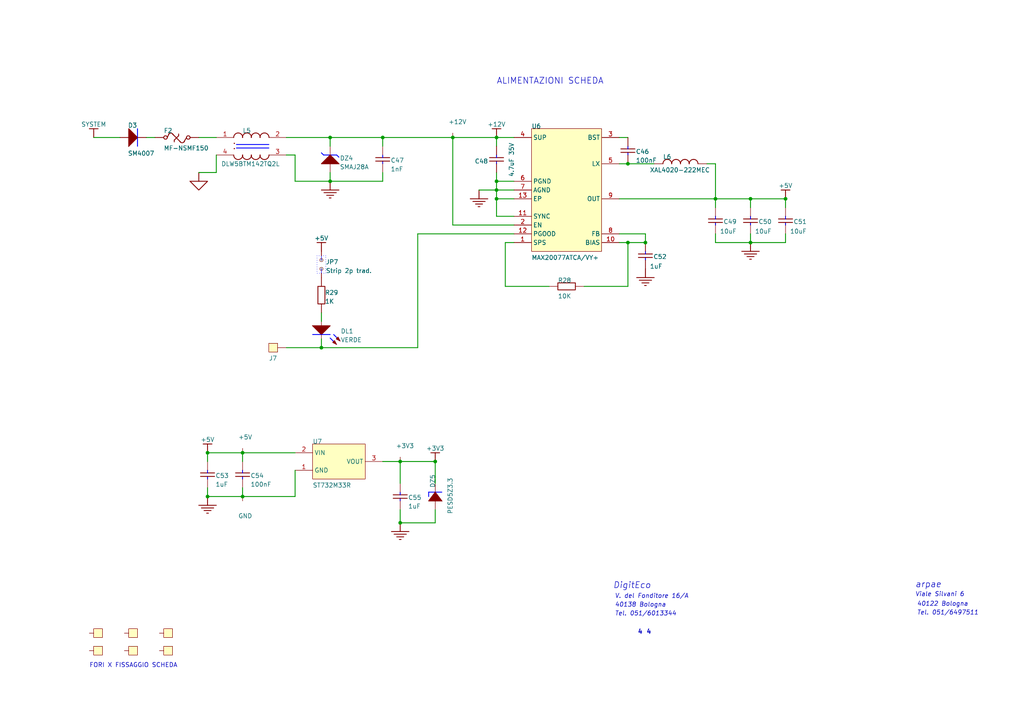
<source format=kicad_sch>
(kicad_sch (version 20230121) (generator eeschema)
  (paper "A4")
  (title_block (title "Stima V4-Power") (rev "1.0"))
  (lib_symbols
    (symbol "Stima V4 Power-altium-import:+12V" (power)
      (property "Reference" "#PWR" (at 0 0 0))
      (property "Value" "+12V" (at 0 3.81 0))
      (symbol "+12V_0_0"
        (polyline (pts (xy -1.27 -2.54) (xy 1.27 -2.54)) (stroke (width 0.254)))
        (polyline (pts (xy 0 0) (xy 0 -2.54)) (stroke (width 0.254)))
        (pin power_in line (at 0 0 0) (length 0) hide (name "+12V") (number ""))
      )
    )
    (symbol "Stima V4 Power-altium-import:+3V3" (power)
      (property "Reference" "#PWR" (at 0 0 0))
      (property "Value" "+3V3" (at 0 3.81 0))
      (symbol "+3V3_0_0"
        (polyline (pts (xy -1.27 -2.54) (xy 1.27 -2.54)) (stroke (width 0.254)))
        (polyline (pts (xy 0 0) (xy 0 -2.54)) (stroke (width 0.254)))
        (pin power_in line (at 0 0 0) (length 0) hide (name "+3V3") (number ""))
      )
    )
    (symbol "Stima V4 Power-altium-import:+5V" (power)
      (property "Reference" "#PWR" (at 0 0 0))
      (property "Value" "+5V" (at 0 3.81 0))
      (symbol "+5V_0_0"
        (polyline (pts (xy -1.27 -2.54) (xy 1.27 -2.54)) (stroke (width 0.254)))
        (polyline (pts (xy 0 0) (xy 0 -2.54)) (stroke (width 0.254)))
        (pin power_in line (at 0 0 0) (length 0) hide (name "+5V") (number ""))
      )
    )
    (symbol "Stima V4 Power-altium-import:EGND" (power)
      (property "Reference" "#PWR" (at 0 0 0))
      (property "Value" "EGND" (at 0 6.35 0))
      (symbol "EGND_0_0"
        (polyline (pts (xy 0 0) (xy 0 -2.54)) (stroke (width 0.254)))
        (polyline (pts (xy -2.54 -2.54) (xy 2.54 -2.54) (xy 0 -5.08) (xy -2.54 -2.54)) (stroke (width 0.254)))
        (pin power_in line (at 0 0 0) (length 0) hide (name "EGND") (number ""))
      )
    )
    (symbol "Stima V4 Power-altium-import:GND" (power)
      (property "Reference" "#PWR" (at 0 0 0))
      (property "Value" "GND" (at 0 6.35 0))
      (symbol "GND_0_0"
        (polyline (pts (xy -2.54 -2.54) (xy 2.54 -2.54)) (stroke (width 0.254)))
        (polyline (pts (xy -1.778 -3.302) (xy 1.778 -3.302)) (stroke (width 0.254)))
        (polyline (pts (xy -1.016 -4.064) (xy 1.016 -4.064)) (stroke (width 0.254)))
        (polyline (pts (xy -0.254 -4.826) (xy 0.254 -4.826)) (stroke (width 0.254)))
        (polyline (pts (xy 0 0) (xy 0 -2.54)) (stroke (width 0.254)))
        (pin power_in line (at 0 0 0) (length 0) hide (name "GND") (number ""))
      )
    )
    (symbol "Stima V4 Power-altium-import:SYSTEM" (power)
      (property "Reference" "#PWR" (at 0 0 0))
      (property "Value" "SYSTEM" (at 0 3.81 0))
      (symbol "SYSTEM_0_0"
        (polyline (pts (xy -1.27 -2.54) (xy 1.27 -2.54)) (stroke (width 0.254)))
        (polyline (pts (xy 0 0) (xy 0 -2.54)) (stroke (width 0.254)))
        (pin power_in line (at 0 0 0) (length 0) hide (name "SYSTEM") (number ""))
      )
    )
    (symbol "Stima V4 Power-altium-import:root_0_C0603"
      (symbol "root_0_C0603_1_0"
        (polyline (pts (xy -2.032 -0.762) (xy 2.032 -0.762)) (stroke (width 0.254)))
        (polyline (pts (xy 0 -2.54) (xy 0 -1.778)) (stroke (width 0.254) (color 0 0 255 1)))
        (polyline (pts (xy 0 0) (xy 0 -0.762)) (stroke (width 0.254) (color 0 0 255 1)))
        (polyline (pts (xy 2.032 -1.778) (xy -2.032 -1.778)) (stroke (width 0.254)))
        (pin passive line (at 0 2.54 270) (length 2.54) (name "1") (number "1"))
        (pin passive line (at 0 -5.08 90) (length 2.54) (name "2") (number "2"))
      )
    )
    (symbol "Stima V4 Power-altium-import:root_0_C0805"
      (symbol "root_0_C0805_1_0"
        (polyline (pts (xy -2.032 -0.762) (xy 2.032 -0.762)) (stroke (width 0.254)))
        (polyline (pts (xy 0 -2.54) (xy 0 -1.778)) (stroke (width 0.254) (color 0 0 255 1)))
        (polyline (pts (xy 0 0) (xy 0 -0.762)) (stroke (width 0.254) (color 0 0 255 1)))
        (polyline (pts (xy 2.032 -1.778) (xy -2.032 -1.778)) (stroke (width 0.254)))
        (pin passive line (at 0 2.54 270) (length 2.54) (name "1") (number "1"))
        (pin passive line (at 0 -5.08 90) (length 2.54) (name "2") (number "2"))
      )
    )
    (symbol "Stima V4 Power-altium-import:root_0_Coil  B82442  2220"
      (symbol "root_0_Coil  B82442  2220_1_0"
        (arc (start 1.27 -1.27) (mid 0.372 -1.642) (end 0 -2.54) (stroke (width 0.254)))
        (arc (start 2.54 -2.54) (mid 2.168 -1.642) (end 1.27 -1.27) (stroke (width 0.254)))
        (arc (start 3.81 -1.27) (mid 2.912 -1.642) (end 2.54 -2.54) (stroke (width 0.254)))
        (arc (start 5.08 -2.54) (mid 4.708 -1.642) (end 3.81 -1.27) (stroke (width 0.254)))
        (arc (start 6.35 -1.27) (mid 5.452 -1.642) (end 5.08 -2.54) (stroke (width 0.254)))
        (arc (start 7.62 -2.54) (mid 7.248 -1.642) (end 6.35 -1.27) (stroke (width 0.254)))
        (arc (start 8.89 -1.27) (mid 7.992 -1.642) (end 7.62 -2.54) (stroke (width 0.254)))
        (arc (start 10.16 -2.54) (mid 9.788 -1.642) (end 8.89 -1.27) (stroke (width 0.254)))
        (pin passive line (at -2.54 -2.54 0) (length 2.54) (name "1") (number "1"))
        (pin passive line (at 12.7 -2.54 180) (length 2.54) (name "2") (number "2"))
      )
    )
    (symbol "Stima V4 Power-altium-import:root_0_FILTRO MURATA DLW5BT"
      (symbol "root_0_FILTRO MURATA DLW5BT_1_0"
        (polyline (pts (xy 5.842 -3.048) (xy 15.24 -3.048)) (stroke (width 0.254) (color 0 0 255 1)))
        (polyline (pts (xy 5.842 -2.032) (xy 15.24 -2.032)) (stroke (width 0.254) (color 0 0 255 1)))
        (arc (start 5.0421 -5.0955) (mid 6.3606 -6.3879) (end 7.658 -5.0743) (stroke (width 0.254)))
        (arc (start 7.5821 -5.0955) (mid 8.9006 -6.3879) (end 10.198 -5.0743) (stroke (width 0.254)))
        (arc (start 7.6579 0.0155) (mid 6.3394 1.3079) (end 5.042 -0.0057) (stroke (width 0.254)))
        (arc (start 10.1221 -5.0955) (mid 11.4406 -6.3879) (end 12.738 -5.0743) (stroke (width 0.254)))
        (arc (start 10.1979 0.0155) (mid 8.8794 1.3079) (end 7.582 -0.0057) (stroke (width 0.254)))
        (arc (start 12.6621 -5.0955) (mid 13.9806 -6.3879) (end 15.278 -5.0743) (stroke (width 0.254)))
        (arc (start 12.7379 0.0155) (mid 11.4194 1.3079) (end 10.122 -0.0057) (stroke (width 0.254)))
        (arc (start 15.2779 0.0155) (mid 13.9594 1.3079) (end 12.662 -0.0057) (stroke (width 0.254)))
        (text "." (at 5.588 -3.81 900) (effects (font (size 2.032 2.032)) (justify left bottom)))
        (text "." (at 5.588 -2.286 900) (effects (font (size 2.032 2.032)) (justify left bottom)))
        (pin passive line (at 0 0 0) (length 5.08) (name "1") (number "1"))
        (pin passive line (at 20.32 0 180) (length 5.08) (name "2") (number "2"))
        (pin passive line (at 20.32 -5.08 180) (length 5.08) (name "3") (number "3"))
        (pin passive line (at 0 -5.08 0) (length 5.08) (name "4") (number "4"))
      )
    )
    (symbol "Stima V4 Power-altium-import:root_0_Fuse Thermal"
      (symbol "root_0_Fuse Thermal_1_0"
        (polyline (pts (xy 1.016 -2.54) (xy 1.524 -1.524)) (stroke (width 0.254)))
        (polyline (pts (xy 3.048 -3.81) (xy 3.048 -3.302)) (stroke (width 0.254)))
        (polyline (pts (xy 3.048 -3.302) (xy 4.318 -2.032)) (stroke (width 0.254)))
        (polyline (pts (xy 4.318 -2.032) (xy 4.318 -1.524)) (stroke (width 0.254)))
        (polyline (pts (xy 4.826 -3.81) (xy 2.54 -1.524)) (stroke (width 0.254)))
        (polyline (pts (xy 5.842 -3.81) (xy 6.604 -2.54)) (stroke (width 0.254)))
        (circle (center 0.508 -2.54) (radius 0.508) (stroke (width 0.254)))
        (arc (start 2.7549 -1.791) (mid 2.1331 -1.2767) (end 1.398 -1.6093) (stroke (width 0.254)))
        (arc (start 4.7 -3.7247) (mid 5.3814 -4.0625) (end 6.0156 -3.6428) (stroke (width 0.254)))
        (circle (center 7.112 -2.54) (radius 0.508) (stroke (width 0.254)))
        (pin passive line (at -2.54 -2.54 0) (length 2.54) (name "1") (number "1"))
        (pin passive line (at 10.16 -2.54 180) (length 2.54) (name "2") (number "2"))
      )
    )
    (symbol "Stima V4 Power-altium-import:root_0_JUMP1"
      (symbol "root_0_JUMP1_1_0"
        (polyline (pts (xy 1.27 -3.81) (xy 1.27 -5.08)) (stroke (width 0) (color 0 0 255 1)))
        (polyline (pts (xy 1.27 -1.27) (xy 1.27 0)) (stroke (width 0) (color 0 0 255 1)))
        (polyline (pts (xy 2.54 0) (xy 0 0) (xy 0 -5.08) (xy 2.54 -5.08) (xy 2.54 0)) (stroke (width 0) (type dot) (color 0 0 255 1)))
        (circle (center 1.27 -3.81) (radius 0.508) (stroke (width 0.0001)) (fill (type color) (color 192 192 192 1)))
        (circle (center 1.27 -1.27) (radius 0.508) (stroke (width 0.0001)) (fill (type color) (color 192 192 192 1)))
        (pin passive line (at 1.27 1.27 270) (length 1.27) (name "") (number "1"))
        (pin passive line (at 1.27 -6.35 90) (length 1.27) (name "") (number "2"))
      )
    )
    (symbol "Stima V4 Power-altium-import:root_0_MAX20077"
      (symbol "root_0_MAX20077_1_0"
        (rectangle (start 20.32 0) (end 0 -35.56) (fill (type background)))
        (pin input line (at -5.08 -33.02 0) (length 5) (name "SPS") (number "1"))
        (pin passive line (at 25.4 -33.02 180) (length 5) (name "BIAS") (number "10"))
        (pin passive line (at -5.08 -25.4 0) (length 5) (name "SYNC") (number "11"))
        (pin output line (at -5.08 -30.48 0) (length 5) (name "PGOOD") (number "12"))
        (pin passive line (at -5.08 -20.32 0) (length 5) (name "EP") (number "13"))
        (pin input line (at -5.08 -27.94 0) (length 5) (name "EN") (number "2"))
        (pin passive line (at 25.4 -2.54 180) (length 5) (name "BST") (number "3"))
        (pin power_in line (at -5.08 -2.54 0) (length 5) (name "SUP") (number "4"))
        (pin passive line (at 25.4 -10.16 180) (length 5) (name "LX") (number "5"))
        (pin power_in line (at -5.08 -15.24 0) (length 5) (name "PGND") (number "6"))
        (pin power_in line (at -5.08 -17.78 0) (length 5) (name "AGND") (number "7"))
        (pin passive line (at 25.4 -30.48 180) (length 5) (name "FB") (number "8"))
        (pin passive line (at 25.4 -20.32 180) (length 5) (name "OUT") (number "9"))
      )
    )
    (symbol "Stima V4 Power-altium-import:root_0_Res 0603"
      (symbol "root_0_Res 0603_1_0"
        (rectangle (start 5.08 -1.524) (end 0 -3.556) (stroke (width 0.254)))
        (pin passive line (at -2.54 -2.54 0) (length 2.54) (name "1") (number "1"))
        (pin passive line (at 7.62 -2.54 180) (length 2.54) (name "2") (number "2"))
      )
    )
    (symbol "Stima V4 Power-altium-import:root_0_ST732M"
      (symbol "root_0_ST732M_1_0"
        (rectangle (start 15.24 0) (end 0 -10.16) (fill (type background)))
        (pin power_in line (at -5.08 -7.62 0) (length 5.08) (name "GND") (number "1"))
        (pin passive line (at -5.08 -2.54 0) (length 5.08) (name "VIN") (number "2"))
        (pin passive line (at 20.32 -5.08 180) (length 5.08) (name "VOUT") (number "3"))
      )
    )
    (symbol "Stima V4 Power-altium-import:root_0_Transil SMD PESD5"
      (symbol "root_0_Transil SMD PESD5_1_0"
        (polyline (pts (xy -1.905 0) (xy -1.905 -1.27)) (stroke (width 0.254) (color 0 0 255 1)))
        (polyline (pts (xy 1.905 0) (xy -1.905 0)) (stroke (width 0.254) (color 0 0 255 1)))
        (polyline (pts (xy 1.905 -2.54) (xy 0 0) (xy -1.905 -2.54) (xy 1.905 -2.54)) (stroke (width 0.254)) (fill (type outline)))
        (pin passive line (at 0 2.54 270) (length 2.54) (name "K") (number "1"))
        (pin passive line (at 0 -5.08 90) (length 2.54) (name "A") (number "2"))
      )
    )
    (symbol "Stima V4 Power-altium-import:root_0_Transil SMD SMAJ"
      (symbol "root_0_Transil SMD SMAJ_1_0"
        (polyline (pts (xy -1.905 0) (xy -2.54 0.635)) (stroke (width 0.254) (color 0 0 255 1)))
        (polyline (pts (xy 1.905 0) (xy -1.905 0)) (stroke (width 0.254) (color 0 0 255 1)))
        (polyline (pts (xy 1.905 0) (xy 2.54 -0.635)) (stroke (width 0.254) (color 0 0 255 1)))
        (polyline (pts (xy 2.54 -2.54) (xy 0 0) (xy -2.54 -2.54) (xy 2.54 -2.54)) (stroke (width 0.254)) (fill (type outline)))
        (pin passive line (at 0 2.54 270) (length 2.54) (name "K") (number "1"))
        (pin passive line (at 0 -5.08 90) (length 2.54) (name "A") (number "2"))
      )
    )
    (symbol "Stima V4 Power-altium-import:root_0_ViteDado"
      (symbol "root_0_ViteDado_1_0"
        (rectangle (start 2.54 0) (end 0 -2.54) (fill (type background)))
        (pin passive line (at -1.27 -1.27 0) (length 1.27) (name "A") (number "1"))
      )
    )
    (symbol "Stima V4 Power-altium-import:root_1_Res 0805"
      (symbol "root_1_Res 0805_1_0"
        (rectangle (start 3.556 5.08) (end 1.524 0) (stroke (width 0.254)))
        (pin passive line (at 2.54 -2.54 90) (length 2.54) (name "1") (number "1"))
        (pin passive line (at 2.54 7.62 270) (length 2.54) (name "2") (number "2"))
      )
    )
    (symbol "Stima V4 Power-altium-import:root_1_TestPoint"
      (symbol "root_1_TestPoint_1_0"
        (pin passive line (at 1.27 -1.27 90) (length 1.27) (name "") (number "1"))
      )
    )
    (symbol "Stima V4 Power-altium-import:root_2_C0805"
      (symbol "root_2_C0805_1_0"
        (polyline (pts (xy -2.032 1.778) (xy 2.032 1.778)) (stroke (width 0.254)))
        (polyline (pts (xy 0 0) (xy 0 0.762)) (stroke (width 0.254) (color 0 0 255 1)))
        (polyline (pts (xy 0 2.54) (xy 0 1.778)) (stroke (width 0.254) (color 0 0 255 1)))
        (polyline (pts (xy 2.032 0.762) (xy -2.032 0.762)) (stroke (width 0.254)))
        (pin passive line (at 0 -2.54 90) (length 2.54) (name "1") (number "1"))
        (pin passive line (at 0 5.08 270) (length 2.54) (name "2") (number "2"))
      )
    )
    (symbol "Stima V4 Power-altium-import:root_2_VIAS1"
      (symbol "root_2_VIAS1_1_0"
        (rectangle (start 0 1.27) (end -2.54 -1.27) (fill (type background)))
        (pin passive line (at 2.54 0 180) (length 2.54) (name "1") (number "1"))
      )
    )
    (symbol "Stima V4 Power-altium-import:root_3_Diode SMD QMELF"
      (symbol "root_3_Diode SMD QMELF_1_0"
        (polyline (pts (xy 0 2.54) (xy 0 -2.54)) (stroke (width 0.254) (color 0 0 255 1)))
        (polyline (pts (xy -2.54 -2.54) (xy 0 0) (xy -2.54 2.54) (xy -2.54 -2.54)) (stroke (width 0.254)) (fill (type outline)))
        (pin passive line (at 2.54 0 180) (length 2.54) (name "K") (number "1"))
        (pin passive line (at -5.08 0 0) (length 2.54) (name "A") (number "2"))
      )
    )
    (symbol "Stima V4 Power-altium-import:root_3_Led  SMD"
      (symbol "root_3_Led  SMD_1_0"
        (polyline (pts (xy 0 -3.556) (xy 1.778 -5.334)) (stroke (width 0.254) (color 0 0 255 1)))
        (polyline (pts (xy 0 -2.54) (xy -5.08 -2.54)) (stroke (width 0.254) (color 0 0 255 1)))
        (polyline (pts (xy 1.016 -2.54) (xy 2.794 -4.318)) (stroke (width 0.254) (color 0 0 255 1)))
        (polyline (pts (xy -5.08 0) (xy -2.54 -2.54) (xy 0 0) (xy -5.08 0)) (stroke (width 0.254)) (fill (type outline)))
        (polyline (pts (xy 1.778 -5.334) (xy 1.27 -4.318) (xy 0.762 -4.826) (xy 1.778 -5.334)) (stroke (width 0.254)) (fill (type outline)))
        (polyline (pts (xy 2.794 -4.318) (xy 2.286 -3.302) (xy 1.778 -3.81) (xy 2.794 -4.318)) (stroke (width 0.254)) (fill (type outline)))
        (pin passive line (at -2.54 -3.81 90) (length 1.27) (name "K") (number "1"))
        (pin passive line (at -2.54 1.27 270) (length 1.27) (name "A") (number "2"))
      )
    )
    (symbol "Stima V4 Power-altium-import:root_3_TestPoint"
      (symbol "root_3_TestPoint_1_0"
        (pin passive line (at -1.27 1.27 270) (length 1.27) (name "") (number "1"))
      )
    )
  )
  (junction (at 227.838 57.658))
  (junction (at 110.998 39.878))
  (junction (at 95.758 39.878))
  (junction (at 70.358 131.318))
  (junction (at 116.078 151.638))
  (junction (at 70.358 144.018))
  (junction (at 217.678 57.658))
  (junction (at 131.318 39.878))
  (junction (at 182.118 70.358))
  (junction (at 95.758 52.578))
  (junction (at 60.198 131.318))
  (junction (at 182.118 47.498))
  (junction (at 116.078 133.858))
  (junction (at 126.238 133.858))
  (junction (at 144.018 55.118))
  (junction (at 93.218 100.838))
  (junction (at 207.518 57.658))
  (junction (at 144.018 57.658))
  (junction (at 144.018 52.578))
  (junction (at 217.678 70.358))
  (junction (at 60.198 144.018))
  (junction (at 187.198 70.358))
  (junction (at 144.018 39.878))
  (wire (pts (xy 126.238 133.858) (xy 126.238 140.208)) (stroke (width 0.254)))
  (wire (pts (xy 131.318 39.878) (xy 110.998 39.878)) (stroke (width 0.254)))
  (wire (pts (xy 204.978 47.498) (xy 207.518 47.498)) (stroke (width 0.254)))
  (wire (pts (xy 146.558 83.058) (xy 159.258 83.058)) (stroke (width 0.254)))
  (wire (pts (xy 70.358 133.858) (xy 70.358 131.318)) (stroke (width 0.254)))
  (wire (pts (xy 187.198 67.818) (xy 179.578 67.818)) (stroke (width 0.254)))
  (wire (pts (xy 207.518 47.498) (xy 207.518 57.658)) (stroke (width 0.254)))
  (wire (pts (xy 217.678 70.358) (xy 217.678 67.818)) (stroke (width 0.254)))
  (wire (pts (xy 149.098 65.278) (xy 131.318 65.278)) (stroke (width 0.254)))
  (wire (pts (xy 187.198 70.358) (xy 187.198 67.818)) (stroke (width 0.254)))
  (wire (pts (xy 110.998 133.858) (xy 116.078 133.858)) (stroke (width 0.254)))
  (wire (pts (xy 62.738 50.038) (xy 62.738 44.958)) (stroke (width 0.254)))
  (wire (pts (xy 144.018 55.118) (xy 138.938 55.118)) (stroke (width 0.254)))
  (wire (pts (xy 126.238 151.638) (xy 116.078 151.638)) (stroke (width 0.254)))
  (wire (pts (xy 169.418 83.058) (xy 182.118 83.058)) (stroke (width 0.254)))
  (wire (pts (xy 85.598 44.958) (xy 85.598 52.578)) (stroke (width 0.254)))
  (wire (pts (xy 93.218 93.218) (xy 93.218 90.678)) (stroke (width 0.254)))
  (wire (pts (xy 179.578 39.878) (xy 182.118 39.878)) (stroke (width 0.254)))
  (wire (pts (xy 93.218 100.838) (xy 83.058 100.838)) (stroke (width 0.254)))
  (wire (pts (xy 182.118 70.358) (xy 187.198 70.358)) (stroke (width 0.254)))
  (wire (pts (xy 70.358 144.018) (xy 60.198 144.018)) (stroke (width 0.254)))
  (wire (pts (xy 207.518 67.818) (xy 207.518 70.358)) (stroke (width 0.254)))
  (wire (pts (xy 57.658 50.038) (xy 62.738 50.038)) (stroke (width 0.254)))
  (wire (pts (xy 144.018 50.038) (xy 144.018 52.578)) (stroke (width 0.254)))
  (wire (pts (xy 60.198 144.018) (xy 60.198 141.478)) (stroke (width 0.254)))
  (wire (pts (xy 121.158 67.818) (xy 121.158 100.838)) (stroke (width 0.254)))
  (wire (pts (xy 131.318 65.278) (xy 131.318 39.878)) (stroke (width 0.254)))
  (wire (pts (xy 144.018 62.738) (xy 144.018 57.658)) (stroke (width 0.254)))
  (wire (pts (xy 179.578 57.658) (xy 207.518 57.658)) (stroke (width 0.254)))
  (wire (pts (xy 42.418 39.878) (xy 44.958 39.878)) (stroke (width 0.254)))
  (wire (pts (xy 149.098 67.818) (xy 121.158 67.818)) (stroke (width 0.254)))
  (wire (pts (xy 144.018 52.578) (xy 144.018 55.118)) (stroke (width 0.254)))
  (wire (pts (xy 182.118 47.498) (xy 189.738 47.498)) (stroke (width 0.254)))
  (wire (pts (xy 57.658 39.878) (xy 62.738 39.878)) (stroke (width 0.254)))
  (wire (pts (xy 227.838 70.358) (xy 227.838 67.818)) (stroke (width 0.254)))
  (wire (pts (xy 116.078 151.638) (xy 116.078 147.828)) (stroke (width 0.254)))
  (wire (pts (xy 217.678 60.198) (xy 217.678 57.658)) (stroke (width 0.254)))
  (wire (pts (xy 70.358 141.478) (xy 70.358 144.018)) (stroke (width 0.254)))
  (wire (pts (xy 85.598 136.398) (xy 85.598 144.018)) (stroke (width 0.254)))
  (wire (pts (xy 149.098 39.878) (xy 144.018 39.878)) (stroke (width 0.254)))
  (wire (pts (xy 149.098 62.738) (xy 144.018 62.738)) (stroke (width 0.254)))
  (wire (pts (xy 179.578 47.498) (xy 182.118 47.498)) (stroke (width 0.254)))
  (wire (pts (xy 85.598 131.318) (xy 70.358 131.318)) (stroke (width 0.254)))
  (wire (pts (xy 93.218 98.298) (xy 93.218 100.838)) (stroke (width 0.254)))
  (wire (pts (xy 83.058 44.958) (xy 85.598 44.958)) (stroke (width 0.254)))
  (wire (pts (xy 207.518 60.198) (xy 207.518 57.658)) (stroke (width 0.254)))
  (wire (pts (xy 144.018 42.418) (xy 144.018 39.878)) (stroke (width 0.254)))
  (wire (pts (xy 95.758 42.418) (xy 95.758 39.878)) (stroke (width 0.254)))
  (wire (pts (xy 116.078 133.858) (xy 126.238 133.858)) (stroke (width 0.254)))
  (wire (pts (xy 126.238 147.828) (xy 126.238 151.638)) (stroke (width 0.254)))
  (wire (pts (xy 95.758 52.578) (xy 95.758 50.038)) (stroke (width 0.254)))
  (wire (pts (xy 182.118 83.058) (xy 182.118 70.358)) (stroke (width 0.254)))
  (wire (pts (xy 95.758 39.878) (xy 83.058 39.878)) (stroke (width 0.254)))
  (wire (pts (xy 217.678 57.658) (xy 227.838 57.658)) (stroke (width 0.254)))
  (wire (pts (xy 85.598 52.578) (xy 95.758 52.578)) (stroke (width 0.254)))
  (wire (pts (xy 110.998 52.578) (xy 110.998 50.038)) (stroke (width 0.254)))
  (wire (pts (xy 110.998 39.878) (xy 95.758 39.878)) (stroke (width 0.254)))
  (wire (pts (xy 207.518 57.658) (xy 217.678 57.658)) (stroke (width 0.254)))
  (wire (pts (xy 85.598 144.018) (xy 70.358 144.018)) (stroke (width 0.254)))
  (wire (pts (xy 144.018 57.658) (xy 144.018 55.118)) (stroke (width 0.254)))
  (wire (pts (xy 34.798 39.878) (xy 27.178 39.878)) (stroke (width 0.254)))
  (wire (pts (xy 227.838 57.658) (xy 227.838 60.198)) (stroke (width 0.254)))
  (wire (pts (xy 207.518 70.358) (xy 217.678 70.358)) (stroke (width 0.254)))
  (wire (pts (xy 116.078 140.208) (xy 116.078 133.858)) (stroke (width 0.254)))
  (wire (pts (xy 70.358 131.318) (xy 60.198 131.318)) (stroke (width 0.254)))
  (wire (pts (xy 121.158 100.838) (xy 93.218 100.838)) (stroke (width 0.254)))
  (wire (pts (xy 146.558 70.358) (xy 146.558 83.058)) (stroke (width 0.254)))
  (wire (pts (xy 149.098 55.118) (xy 144.018 55.118)) (stroke (width 0.254)))
  (wire (pts (xy 179.578 70.358) (xy 182.118 70.358)) (stroke (width 0.254)))
  (wire (pts (xy 217.678 70.358) (xy 227.838 70.358)) (stroke (width 0.254)))
  (wire (pts (xy 144.018 39.878) (xy 131.318 39.878)) (stroke (width 0.254)))
  (wire (pts (xy 144.018 57.658) (xy 149.098 57.658)) (stroke (width 0.254)))
  (wire (pts (xy 110.998 42.418) (xy 110.998 39.878)) (stroke (width 0.254)))
  (wire (pts (xy 60.198 131.318) (xy 60.198 133.858)) (stroke (width 0.254)))
  (wire (pts (xy 144.018 52.578) (xy 149.098 52.578)) (stroke (width 0.254)))
  (wire (pts (xy 95.758 52.578) (xy 110.998 52.578)) (stroke (width 0.254)))
  (wire (pts (xy 149.098 70.358) (xy 146.558 70.358)) (stroke (width 0.254)))
  (text "Tel. 051/6497511" (at 265.938 178.562 0) (effects (font (size 1.27 1.27) italic) (justify left bottom)))
  (text "${#}" (at 184.912 184.15 0) (effects (font (size 1.27 1.27) bold) (justify left bottom)))
  (text "FORI X FISSAGGIO SCHEDA" (at 25.908 193.802 0) (effects (font (size 1.27 1.27)) (justify left bottom)))
  (text "40122 Bologna" (at 265.938 176.022 0) (effects (font (size 1.27 1.27) italic) (justify left bottom)))
  (text "DigitEco" (at 177.8 170.942 0) (effects (font (size 1.778 1.778) italic) (justify left bottom)))
  (text "4" (at 188.976 184.15 0) (effects (font (size 1.27 1.27) bold) (justify right bottom)))
  (text "Viale Silvani 6" (at 265.43 173.228 0) (effects (font (size 1.27 1.27) italic) (justify left bottom)))
  (text "40138 Bologna" (at 178.308 176.276 0) (effects (font (size 1.27 1.27) italic) (justify left bottom)))
  (text "arpae" (at 265.43 170.688 0) (effects (font (size 1.778 1.778) italic) (justify left bottom)))
  (text "ALIMENTAZIONI SCHEDA" (at 144.018 24.638 0) (effects (font (size 1.778 1.778)) (justify left bottom)))
  (text "V. del Fonditore 16/A" (at 178.308 173.736 0) (effects (font (size 1.27 1.27) italic) (justify left bottom)))
  (text "Tel. 051/6013344" (at 178.308 178.816 0) (effects (font (size 1.27 1.27) italic) (justify left bottom)))
  (symbol (lib_id "Stima V4 Power-altium-import:root_0_Fuse Thermal") (at 47.498 37.338 0) (unit 1)
    (property "Reference" "F2" (at 47.498 38.608 0) (effects (justify left bottom)))
    (property "Value" "MF-NSMF150" (at 47.498 43.688 0) (effects (justify left bottom)))
    (property "Footprint" "1206" (effects hide))
    (property "TYPE" "Bourns" (effects hide))
    (property "PACKAGE REFERENCE" "1206" (effects hide))
    (property "ALTIUM_VALUE" "MF-NSMF110-2" (effects hide))
  )
  (symbol (lib_id "Stima V4 Power-altium-import:root_1_Res 0805") (at 90.678 88.138 0) (unit 1)
    (property "Reference" "R29" (at 94.234 85.598 0) (effects (justify left bottom)))
    (property "Value" "1K" (at 94.234 88.138 0) (effects (justify left bottom)))
    (property "Footprint" "0805" (effects hide))
    (property "ALTIUM_VALUE" "1K" (effects hide))
    (property "PRECISION" "1%" (effects hide))
    (property "PACKAGE REFERENCE" "0805" (effects hide))
    (property "POWER" "1/8W" (effects hide))
  )
  (symbol (lib_id "Stima V4 Power-altium-import:GND") (at 60.198 144.018 0) (unit 1)
    (property "Reference" "#PWR?" (effects hide))
    (property "Value" "GND" (effects hide))
  )
  (symbol (lib_id "Stima V4 Power-altium-import:root_0_C0603") (at 60.198 136.398 0) (unit 1)
    (property "Reference" "C53" (at 62.484 138.684 0) (effects (justify left bottom)))
    (property "Value" "1uF" (at 62.484 141.224 0) (effects (justify left bottom)))
    (property "Footprint" "0603" (effects hide))
    (property "PACKAGE REFERENCE" "0603" (effects hide))
    (property "TYPE" "Multistrato X5R/X7R" (effects hide))
    (property "ALTIUM_VALUE" "1uF" (effects hide))
    (property "VOLTAGE" "20V" (effects hide))
  )
  (symbol (lib_id "Stima V4 Power-altium-import:root_0_C0603") (at 182.118 42.418 0) (unit 1)
    (property "Reference" "C46" (at 184.404 44.704 0) (effects (justify left bottom)))
    (property "Value" "100nF" (at 184.404 47.244 0) (effects (justify left bottom)))
    (property "Footprint" "0603" (effects hide))
    (property "PACKAGE REFERENCE" "0603" (effects hide))
    (property "TYPE" "Multistrato X5R/X7R" (effects hide))
    (property "ALTIUM_VALUE" "100nF" (effects hide))
    (property "VOLTAGE" "50V" (effects hide))
  )
  (symbol (lib_id "Stima V4 Power-altium-import:root_0_ViteDado") (at 27.178 182.372 0) (unit 1)
    (property "Reference" "A1" (effects hide))
    (property "Value" "ViteDado" (effects hide))
    (property "Footprint" "ViteDado4" (effects hide))
  )
  (symbol (lib_id "Stima V4 Power-altium-import:+3V3") (at 126.238 133.858 180) (unit 1)
    (property "Reference" "#PWR?" (effects hide))
    (property "Value" "+3V3" (at 126.238 130.048 0))
  )
  (symbol (lib_id "Stima V4 Power-altium-import:root_1_TestPoint") (at 114.808 132.588 0) (unit 1)
    (property "Reference" "+3V3" (at 114.808 130.048 0) (effects (justify left bottom)))
    (property "Value" "TestPoint" (effects hide))
    (property "Footprint" "TP" (effects hide))
  )
  (symbol (lib_id "Stima V4 Power-altium-import:root_0_C0603") (at 110.998 44.958 0) (unit 1)
    (property "Reference" "C47" (at 113.284 47.244 0) (effects (justify left bottom)))
    (property "Value" "1nF" (at 113.284 49.784 0) (effects (justify left bottom)))
    (property "Footprint" "0603" (effects hide))
    (property "PACKAGE REFERENCE" "0603" (effects hide))
    (property "TYPE" "Multistrato X5R/X7R" (effects hide))
    (property "ALTIUM_VALUE" "1nF" (effects hide))
    (property "VOLTAGE" "50V" (effects hide))
  )
  (symbol (lib_id "Stima V4 Power-altium-import:root_0_Transil SMD PESD5") (at 126.238 142.748 0) (unit 1)
    (property "Reference" "DZ5" (at 126.238 141.478 90) (effects (justify left bottom)))
    (property "Value" "PESD5Z3.3" (at 131.318 149.098 90) (effects (justify left bottom)))
    (property "Footprint" "SOD 523(SC-79)" (effects hide))
    (property "PACKAGE REFERENCE" "SOD523" (effects hide))
  )
  (symbol (lib_id "Stima V4 Power-altium-import:root_0_MAX20077") (at 154.178 37.338 0) (unit 1)
    (property "Reference" "U6" (at 154.178 37.338 0) (effects (justify left bottom)))
    (property "Value" "MAX20077ATCA/VY+" (at 154.178 75.438 0) (effects (justify left bottom)))
    (property "Footprint" "TDFN 12L MIO" (effects hide))
    (property "PACKAGE REFERENCE" "TDFN12L" (effects hide))
  )
  (symbol (lib_id "Stima V4 Power-altium-import:root_0_ST732M") (at 90.678 128.778 0) (unit 1)
    (property "Reference" "U7" (at 90.678 128.778 0) (effects (justify left bottom)))
    (property "Value" "ST732M33R" (at 90.678 141.478 0) (effects (justify left bottom)))
    (property "Footprint" "SOT23_5" (effects hide))
    (property "PACKAGE REFERENCE" "SOT23-5" (effects hide))
  )
  (symbol (lib_id "Stima V4 Power-altium-import:GND") (at 187.198 77.978 0) (unit 1)
    (property "Reference" "#PWR?" (effects hide))
    (property "Value" "GND" (effects hide))
  )
  (symbol (lib_id "Stima V4 Power-altium-import:root_0_JUMP1") (at 91.948 74.168 0) (unit 1)
    (property "Reference" "JP7" (at 94.488 76.708 0) (effects (justify left bottom)))
    (property "Value" "Strip 2p trad." (at 94.488 79.248 0) (effects (justify left bottom)))
    (property "Footprint" "STRIP2P" (effects hide))
  )
  (symbol (lib_id "Stima V4 Power-altium-import:root_0_FILTRO MURATA DLW5BT") (at 62.738 39.878 0) (unit 1)
    (property "Reference" "L5" (at 70.358 38.608 0) (effects (justify left bottom)))
    (property "Value" "DLW5BTM142TQ2L" (at 64.143 48.26 0) (effects (justify left bottom)))
    (property "Footprint" "FILTRO DLW5B MIO" (effects hide))
    (property "PACKAGE REFERENCE" "SMD" (effects hide))
  )
  (symbol (lib_id "Stima V4 Power-altium-import:root_0_ViteDado") (at 47.498 182.372 0) (unit 1)
    (property "Reference" "A3" (effects hide))
    (property "Value" "ViteDado" (effects hide))
    (property "Footprint" "ViteDado4" (effects hide))
  )
  (symbol (lib_id "Stima V4 Power-altium-import:root_0_ViteDado") (at 47.498 187.452 0) (unit 1)
    (property "Reference" "A6" (effects hide))
    (property "Value" "ViteDado" (effects hide))
    (property "Footprint" "ViteDado3" (effects hide))
  )
  (symbol (lib_id "Stima V4 Power-altium-import:root_0_Coil  B82442  2220") (at 192.278 44.958 0) (unit 1)
    (property "Reference" "L6" (at 192.278 46.228 0) (effects (justify left bottom)))
    (property "Value" "XAL4020-222MEC" (at 188.468 50.038 0) (effects (justify left bottom)))
    (property "Footprint" "COIL COILCRAFT XAL4020-MIO" (effects hide))
    (property "ALTIUM_VALUE" "2.2uH" (effects hide))
  )
  (symbol (lib_id "Stima V4 Power-altium-import:root_2_C0805") (at 187.198 75.438 0) (unit 1)
    (property "Reference" "C52" (at 189.484 75.184 0) (effects (justify left bottom)))
    (property "Value" "1uF" (at 188.468 77.978 0) (effects (justify left bottom)))
    (property "Footprint" "0805" (effects hide))
    (property "PACKAGE REFERENCE" "0603" (effects hide))
    (property "TYPE" "Multistrato X5R/X7R" (effects hide))
    (property "ALTIUM_VALUE" "1uF" (effects hide))
    (property "VOLTAGE" "20V" (effects hide))
  )
  (symbol (lib_id "Stima V4 Power-altium-import:SYSTEM") (at 27.178 39.878 180) (unit 1)
    (property "Reference" "#PWR?" (effects hide))
    (property "Value" "SYSTEM" (at 27.178 36.068 0))
  )
  (symbol (lib_id "Stima V4 Power-altium-import:root_0_Res 0603") (at 161.798 80.518 0) (unit 1)
    (property "Reference" "R28" (at 161.798 82.042 0) (effects (justify left bottom)))
    (property "Value" "10K" (at 161.798 86.614 0) (effects (justify left bottom)))
    (property "Footprint" "0603" (effects hide))
    (property "ALTIUM_VALUE" "10K" (effects hide))
    (property "PRECISION" "1%" (effects hide))
    (property "PACKAGE REFERENCE" "0603" (effects hide))
    (property "POWER" "1/10W" (effects hide))
  )
  (symbol (lib_id "Stima V4 Power-altium-import:+5V") (at 227.838 57.658 180) (unit 1)
    (property "Reference" "#PWR?" (effects hide))
    (property "Value" "+5V" (at 227.838 53.848 0))
  )
  (symbol (lib_id "Stima V4 Power-altium-import:EGND") (at 57.658 50.038 0) (unit 1)
    (property "Reference" "#PWR?" (effects hide))
    (property "Value" "EGND" (effects hide))
  )
  (symbol (lib_id "Stima V4 Power-altium-import:root_0_ViteDado") (at 37.338 182.372 0) (unit 1)
    (property "Reference" "A2" (effects hide))
    (property "Value" "ViteDado" (effects hide))
    (property "Footprint" "ViteDado4" (effects hide))
  )
  (symbol (lib_id "Stima V4 Power-altium-import:root_2_VIAS1") (at 80.518 100.838 0) (unit 1)
    (property "Reference" "J7" (at 77.978 104.648 0) (effects (justify left bottom)))
    (property "Value" "VIAS1" (effects hide))
    (property "Footprint" "VIAS0_8" (effects hide))
  )
  (symbol (lib_id "Stima V4 Power-altium-import:root_0_ViteDado") (at 37.338 187.452 0) (unit 1)
    (property "Reference" "A5" (effects hide))
    (property "Value" "ViteDado" (effects hide))
    (property "Footprint" "ViteDado4" (effects hide))
  )
  (symbol (lib_id "Stima V4 Power-altium-import:root_2_C0805") (at 227.838 65.278 0) (unit 1)
    (property "Reference" "C51" (at 230.124 65.024 0) (effects (justify left bottom)))
    (property "Value" "10uF" (at 229.108 67.818 0) (effects (justify left bottom)))
    (property "Footprint" "0603" (effects hide))
    (property "PACKAGE REFERENCE" "0603" (effects hide))
    (property "TYPE" "Multistrato X5R/X7R" (effects hide))
    (property "ALTIUM_VALUE" "10uF" (effects hide))
    (property "VOLTAGE" "20V" (effects hide))
  )
  (symbol (lib_id "Stima V4 Power-altium-import:+5V") (at 60.198 131.318 180) (unit 1)
    (property "Reference" "#PWR?" (effects hide))
    (property "Value" "+5V" (at 60.198 127.508 0))
  )
  (symbol (lib_id "Stima V4 Power-altium-import:GND") (at 95.758 52.578 0) (unit 1)
    (property "Reference" "#PWR?" (effects hide))
    (property "Value" "GND" (effects hide))
  )
  (symbol (lib_id "Stima V4 Power-altium-import:GND") (at 217.678 70.358 0) (unit 1)
    (property "Reference" "#PWR?" (effects hide))
    (property "Value" "GND" (effects hide))
  )
  (symbol (lib_id "Stima V4 Power-altium-import:root_2_C0805") (at 207.518 65.278 0) (unit 1)
    (property "Reference" "C49" (at 209.804 65.024 0) (effects (justify left bottom)))
    (property "Value" "10uF" (at 208.788 67.818 0) (effects (justify left bottom)))
    (property "Footprint" "0603" (effects hide))
    (property "PACKAGE REFERENCE" "0603" (effects hide))
    (property "TYPE" "Multistrato X5R/X7R" (effects hide))
    (property "ALTIUM_VALUE" "10uF" (effects hide))
    (property "VOLTAGE" "20V" (effects hide))
  )
  (symbol (lib_id "Stima V4 Power-altium-import:GND") (at 138.938 55.118 0) (unit 1)
    (property "Reference" "#PWR?" (effects hide))
    (property "Value" "GND" (effects hide))
  )
  (symbol (lib_id "Stima V4 Power-altium-import:root_3_TestPoint") (at 71.628 145.288 0) (unit 1)
    (property "Reference" "GND" (at 69.088 150.368 0) (effects (justify left bottom)))
    (property "Value" "TestPoint" (effects hide))
    (property "Footprint" "TP" (effects hide))
  )
  (symbol (lib_id "Stima V4 Power-altium-import:root_2_C0805") (at 217.678 65.278 0) (unit 1)
    (property "Reference" "C50" (at 219.964 65.024 0) (effects (justify left bottom)))
    (property "Value" "10uF" (at 218.948 67.818 0) (effects (justify left bottom)))
    (property "Footprint" "0603" (effects hide))
    (property "PACKAGE REFERENCE" "0603" (effects hide))
    (property "TYPE" "Multistrato X5R/X7R" (effects hide))
    (property "ALTIUM_VALUE" "10uF" (effects hide))
    (property "VOLTAGE" "20V" (effects hide))
  )
  (symbol (lib_id "Stima V4 Power-altium-import:root_0_Transil SMD SMAJ") (at 95.758 44.958 0) (unit 1)
    (property "Reference" "DZ4" (at 98.552 46.609 0) (effects (justify left bottom)))
    (property "Value" "SMAJ28A" (at 98.552 49.149 0) (effects (justify left bottom)))
    (property "Footprint" "SMA" (effects hide))
    (property "PACKAGE REFERENCE" "SMA" (effects hide))
    (property "ALTIUM_VALUE" "SMAJ" (effects hide))
  )
  (symbol (lib_id "Stima V4 Power-altium-import:+12V") (at 144.018 39.878 180) (unit 1)
    (property "Reference" "#PWR?" (effects hide))
    (property "Value" "+12V" (at 144.018 36.068 0))
  )
  (symbol (lib_id "Stima V4 Power-altium-import:root_3_Diode SMD QMELF") (at 39.878 39.878 0) (unit 1)
    (property "Reference" "D3" (at 37.084 37.084 0) (effects (justify left bottom)))
    (property "Value" "SM4007" (at 37.084 45.212 0) (effects (justify left bottom)))
    (property "Footprint" "QMELFD" (effects hide))
    (property "PACKAGE REFERENCE" "QMELF" (effects hide))
  )
  (symbol (lib_id "Stima V4 Power-altium-import:root_0_C0603") (at 70.358 136.398 0) (unit 1)
    (property "Reference" "C54" (at 72.644 138.684 0) (effects (justify left bottom)))
    (property "Value" "100nF" (at 72.644 141.224 0) (effects (justify left bottom)))
    (property "Footprint" "0603" (effects hide))
    (property "PACKAGE REFERENCE" "0603" (effects hide))
    (property "TYPE" "Multistrato X5R/X7R" (effects hide))
    (property "ALTIUM_VALUE" "100nF" (effects hide))
    (property "VOLTAGE" "50V" (effects hide))
  )
  (symbol (lib_id "Stima V4 Power-altium-import:root_0_C0805") (at 144.018 44.958 0) (unit 1)
    (property "Reference" "C48" (at 137.668 47.498 0) (effects (justify left bottom)))
    (property "Value" "4.7uF 35V" (at 149.098 51.308 90) (effects (justify left bottom)))
    (property "Footprint" "1206" (effects hide))
    (property "PACKAGE REFERENCE" "0805" (effects hide))
    (property "TYPE" "Multistrato X5R/X7R" (effects hide))
    (property "ALTIUM_VALUE" "4.7uF" (effects hide))
    (property "VOLTAGE" "35V" (effects hide))
  )
  (symbol (lib_id "Stima V4 Power-altium-import:+5V") (at 93.218 72.898 180) (unit 1)
    (property "Reference" "#PWR?" (effects hide))
    (property "Value" "+5V" (at 93.218 69.088 0))
  )
  (symbol (lib_id "Stima V4 Power-altium-import:GND") (at 116.078 151.638 0) (unit 1)
    (property "Reference" "#PWR?" (effects hide))
    (property "Value" "GND" (effects hide))
  )
  (symbol (lib_id "Stima V4 Power-altium-import:root_1_TestPoint") (at 130.048 38.608 0) (unit 1)
    (property "Reference" "+12V" (at 130.048 36.068 0) (effects (justify left bottom)))
    (property "Value" "TestPoint" (effects hide))
    (property "Footprint" "TP" (effects hide))
  )
  (symbol (lib_id "Stima V4 Power-altium-import:root_1_TestPoint") (at 69.088 130.048 0) (unit 1)
    (property "Reference" "+5V" (at 69.088 127.508 0) (effects (justify left bottom)))
    (property "Value" "TestPoint" (effects hide))
    (property "Footprint" "TP" (effects hide))
  )
  (symbol (lib_id "Stima V4 Power-altium-import:root_0_C0603") (at 116.078 142.748 0) (unit 1)
    (property "Reference" "C55" (at 118.364 145.034 0) (effects (justify left bottom)))
    (property "Value" "1uF" (at 118.364 147.574 0) (effects (justify left bottom)))
    (property "Footprint" "0603" (effects hide))
    (property "PACKAGE REFERENCE" "0603" (effects hide))
    (property "TYPE" "Multistrato X5R/X7R" (effects hide))
    (property "ALTIUM_VALUE" "1uF" (effects hide))
    (property "VOLTAGE" "20V" (effects hide))
  )
  (symbol (lib_id "Stima V4 Power-altium-import:root_3_Led  SMD") (at 95.758 94.488 0) (unit 1)
    (property "Reference" "DL1" (at 98.806 96.774 0) (effects (justify left bottom)))
    (property "Value" "VERDE" (at 98.806 99.314 0) (effects (justify left bottom)))
    (property "Footprint" "0805-led" (effects hide))
    (property "PACKAGE REFERENCE" "Smd 0805" (effects hide))
  )
  (symbol (lib_id "Stima V4 Power-altium-import:root_0_ViteDado") (at 27.178 187.452 0) (unit 1)
    (property "Reference" "A4" (effects hide))
    (property "Value" "ViteDado" (effects hide))
    (property "Footprint" "ViteDado4" (effects hide))
  )
)
</source>
